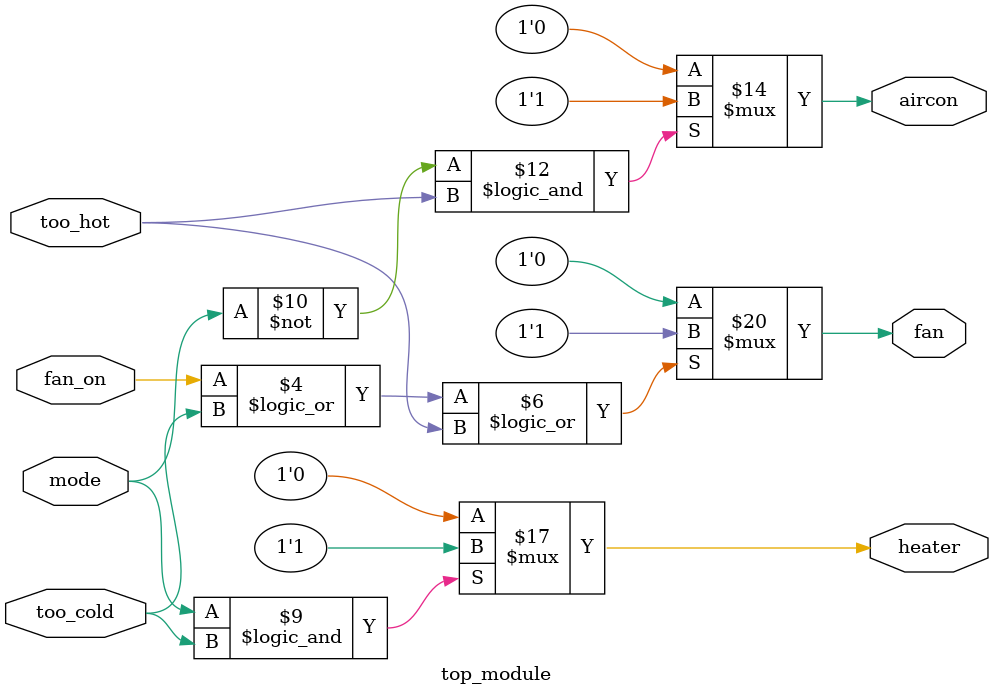
<source format=sv>
module top_module(
  input mode,
  input too_cold,
  input too_hot,
  input fan_on,
  output reg heater,
  output reg aircon,
  output reg fan
);

  always @(mode, too_cold, too_hot, fan_on) begin
    if (fan_on == 1'b1 || too_cold == 1'b1 || too_hot == 1'b1) begin
      fan = 1'b1;
    end else begin
      fan = 1'b0;
    end

    if (mode == 1'b1 && too_cold == 1'b1) begin
      heater = 1'b1;
    end else begin
      heater = 1'b0;
    end

    if (mode == 1'b0 && too_hot == 1'b1) begin
      aircon = 1'b1;
    end else begin
      aircon = 1'b0;
    end
  end

endmodule

</source>
